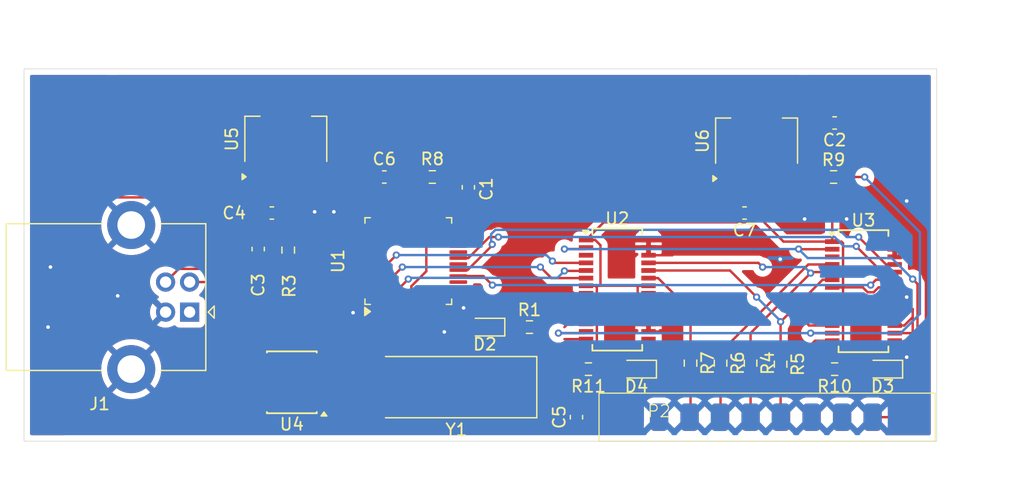
<source format=kicad_pcb>
(kicad_pcb (version 20240108) (generator "pcbnew") (generator_version "8.0")
  (layers (0 "F.Cu" signal) (31 "B.Cu" signal) (34 "B.Paste" user) (35 "F.Paste" user) (36 "B.SilkS" user "B.Silkscreen") (37 "F.SilkS" user "F.Silkscreen") (38 "B.Mask" user) (39 "F.Mask" user) (44 "Edge.Cuts" user))
  (net 0 "")
  (net 1 "GND")
  (net 2 "VIN")
  (net 21 "Net-(J1-D-)")
  (net 22 "Net-(J1-D+)")
  (net 23 "Net-(P2-LRCLK)")
  (net 25 "Net-(P2-MDI)")
  (net 26 "Net-(P2-BCLK)")
  (net 27 "Net-(P2-MDO)")
  (net 29 "Net-(U1-DASCLK)")
  (net 30 "Net-(U1-XI)")
  (net 31 "Net-(U1-ADLRCK)")
  (net 32 "Net-(U1-SDIN)")
  (net 33 "Net-(U1-XO)")
  (net 34 "Net-(U1-DALRCK)")
  (net 35 "Net-(U1-SDOUT)")
  (net 36 "Net-(U1-ADSCLK)")
  (net 37 "Net-(D2-A)")
  (net 38 "Net-(D2-K)")
  (net 39 "Net-(U1-CS)")
  (net 40 "Net-(U1-SK)")
  (net 41 "Net-(U1-DO)")
  (net 42 "Net-(U1-DI)")
  (net 43 "+5V")
  (net 45 "+3.3VP")
  (net 46 "Net-(U2-BCKO)")
  (net 47 "Net-(U2-LRCKO)")
  (net 48 "Net-(U3-SDIN)")
  (net 49 "Net-(U2-SDOUT)")
  (net 50 "Net-(U1-MICIN)")
  (net 51 "+2V5")
  (net 52 "+3.3V")
  (net 54 "RST")
  (net 55 "Net-(D3-K)")
  (net 56 "Net-(D3-A)")
  (net 57 "Net-(D4-A)")
  (net 58 "Net-(D4-K)")
  (net 59 "MCLK")
  (footprint "Resistor_SMD:R_0603_1608Metric_Pad0.98x0.95mm_HandSolder" (layer "F.Cu") (at 55 80.5)
    (property "Reference" "R8")
    (property "Value" "390")
  )
  (footprint "Resistor_SMD:R_0603_1608Metric_Pad0.98x0.95mm_HandSolder" (layer "F.Cu") (at 43 86.5875 90)
    (property "Reference" "R3")
    (property "Value" "390")
  )
  (footprint "LED_SMD:LED_0603_1608Metric_Pad1.05x0.95mm_HandSolder" (layer "F.Cu") (at 92.5 96.5 180)
    (property "Reference" "D3")
    (property "Value" "rdy-in")
  )
  (footprint "Resistor_SMD:R_0603_1608Metric_Pad0.98x0.95mm_HandSolder" (layer "F.Cu") (at 84 96.0875 -90)
    (property "Reference" "R5")
    (property "Value" "100")
  )
  (footprint "Package_SO:SSOP-28_3.9x9.9mm_P0.635mm" (layer "F.Cu") (at 90.9 90.0075)
    (property "Reference" "U3")
    (property "Value" "~")
  )
  (footprint "Capacitor_SMD:C_0603_1608Metric_Pad1.08x0.95mm_HandSolder" (layer "F.Cu") (at 40.5 86.5 -90)
    (property "Reference" "C3")
    (property "Value" "100n")
  )
  (footprint "Package_SO:SOIC-8-N7_3.9x4.9mm_P1.27mm" (layer "F.Cu") (at 43.3 97.595 180)
    (property "Reference" "U4")
    (property "Value" "93CxxA")
  )
  (footprint "Package_TO_SOT_SMD:SOT-223-3_TabPin2" (layer "F.Cu") (at 42.8 77.35 90)
    (property "Reference" "U5")
    (property "Value" "AMS1117-5.0")
  )
  (footprint "Connector_USB:USB_B_Lumberg_2411_02_Horizontal" (layer "F.Cu") (at 34.7875 91.75 180)
    (property "Reference" "J1")
    (property "Value" "USB_B")
  )
  (footprint "Resistor_SMD:R_0603_1608Metric_Pad0.98x0.95mm_HandSolder" (layer "F.Cu") (at 81.5 96 -90)
    (property "Reference" "R4")
    (property "Value" "100")
  )
  (footprint "Package_TO_SOT_SMD:SOT-223-3_TabPin2" (layer "F.Cu") (at 82 77.5 90)
    (property "Reference" "U6")
    (property "Value" "AMS1117-3.3")
  )
  (footprint "Resistor_SMD:R_0603_1608Metric_Pad0.98x0.95mm_HandSolder" (layer "F.Cu") (at 88.4125 80.5)
    (property "Reference" "R9")
    (property "Value" "1k")
  )
  (footprint "Package_SO:SSOP-28_3.9x9.9mm_P0.635mm" (layer "F.Cu") (at 70.4 89.8725)
    (property "Reference" "U2")
    (property "Value" "~")
  )
  (footprint "Resistor_SMD:R_0603_1608Metric_Pad0.98x0.95mm_HandSolder" (layer "F.Cu") (at 79 96 -90)
    (property "Reference" "R6")
    (property "Value" "100")
  )
  (footprint "Capacitor_SMD:C_0603_1608Metric_Pad1.08x0.95mm_HandSolder" (layer "F.Cu") (at 58 81.3625 -90)
    (property "Reference" "C1")
    (property "Value" "100n")
  )
  (footprint "Capacitor_SMD:C_0603_1608Metric_Pad1.08x0.95mm_HandSolder" (layer "F.Cu") (at 67 100.5 90)
    (property "Reference" "C5")
    (property "Value" "10u")
  )
  (footprint "LED_SMD:LED_0603_1608Metric_Pad1.05x0.95mm_HandSolder" (layer "F.Cu") (at 72 96.5 180)
    (property "Reference" "D4")
    (property "Value" "rdy-out")
  )
  (footprint "LED_SMD:LED_0603_1608Metric_Pad1.05x0.95mm_HandSolder" (layer "F.Cu") (at 59.375 93 180)
    (property "Reference" "D2")
    (property "Value" "on/active")
  )
  (footprint "Resistor_SMD:R_0603_1608Metric_Pad0.98x0.95mm_HandSolder" (layer "F.Cu") (at 88.5 96.5 180)
    (property "Reference" "R10")
    (property "Value" "390")
  )
  (footprint "Capacitor_SMD:C_0603_1608Metric_Pad1.08x0.95mm_HandSolder" (layer "F.Cu") (at 41.6375 83.5 180)
    (property "Reference" "C4")
    (property "Value" "10u")
  )
  (footprint "Capacitor_SMD:C_0603_1608Metric_Pad1.08x0.95mm_HandSolder" (layer "F.Cu") (at 81 83.5 180)
    (property "Reference" "C7")
    (property "Value" "100n")
  )
  (footprint "Capacitor_SMD:C_0603_1608Metric_Pad1.08x0.95mm_HandSolder" (layer "F.Cu") (at 51 80.5 180)
    (property "Reference" "C6")
    (property "Value" "100n")
  )
  (footprint "M3D4:EdgeCon-2x8" (layer "F.Cu") (at 73.88 100.5)
    (property "Reference" "P2")
    (property "Value" "STDCONN")
  )
  (footprint "Resistor_SMD:R_0603_1608Metric_Pad0.98x0.95mm_HandSolder" (layer "F.Cu") (at 63.0875 93)
    (property "Reference" "R1")
    (property "Value" "390")
  )
  (footprint "Capacitor_SMD:C_0603_1608Metric_Pad1.08x0.95mm_HandSolder" (layer "F.Cu") (at 88.5 76 180)
    (property "Reference" "C2")
    (property "Value" "100n")
  )
  (footprint "Package_QFP:LQFP-48_7x7mm_P0.5mm" (layer "F.Cu") (at 53 87.5 90)
    (property "Reference" "U1")
    (property "Value" "CM108AH")
  )
  (footprint "Crystal:Crystal_SMD_HC49-SD" (layer "F.Cu") (at 57 98 180)
    (property "Reference" "Y1")
    (property "Value" "12MHz")
  )
  (footprint "Resistor_SMD:R_0603_1608Metric_Pad0.98x0.95mm_HandSolder" (layer "F.Cu") (at 68 96.5 180)
    (property "Reference" "R11")
    (property "Value" "390")
  )
  (footprint "Resistor_SMD:R_0603_1608Metric_Pad0.98x0.95mm_HandSolder" (layer "F.Cu") (at 76.5 96 -90)
    (property "Reference" "R7")
    (property "Value" "100")
  )
  (gr_rect (start 21 71.5) (end 97 102.5) (stroke (width 0.05)) (fill none) (layer "Edge.Cuts"))
  (segment (start 73 92.095) (end 74.905 92.095) (width 0.2) (layer "F.Cu") (net 1))
  (segment (start 57.1625 85.25) (end 58.55 85.25) (width 0.2) (layer "F.Cu") (net 1))
  (segment (start 74.77 92.73) (end 75 92.5) (width 0.2) (layer "F.Cu") (net 1))
  (segment (start 67.8 90.19) (end 66.19 90.19) (width 0.2) (layer "F.Cu") (net 1))
  (segment (start 73 93.365) (end 74.865 93.365) (width 0.2) (layer "F.Cu") (net 1))
  (segment (start 86.73 92.23) (end 86.5 92) (width 0.2) (layer "F.Cu") (net 1))
  (segment (start 58.35 89.75) (end 58.8 90.2) (width 0.2) (layer "F.Cu") (net 1))
  (segment (start 66.095 92.095) (end 66 92) (width 0.2) (layer "F.Cu") (net 1))
  (segment (start 57.1625 89.75) (end 58.35 89.75) (width 0.2) (layer "F.Cu") (net 1))
  (segment (start 88.3 92.865) (end 86.365 92.865) (width 0.2) (layer "F.Cu") (net 1))
  (segment (start 73 92.73) (end 74.77 92.73) (width 0.2) (layer "F.Cu") (net 1))
  (segment (start 66.19 90.19) (end 66 90) (width 0.2) (layer "F.Cu") (net 1))
  (segment (start 74.865 93.365) (end 75 93.5) (width 0.2) (layer "F.Cu") (net 1))
  (segment (start 73 87.015) (end 74.985 87.015) (width 0.2) (layer "F.Cu") (net 1))
  (segment (start 57.1625 84.75) (end 58.25 84.75) (width 0.2) (layer "F.Cu") (net 1))
  (segment (start 67.8 92.73) (end 66.27 92.73) (width 0.2) (layer "F.Cu") (net 1))
  (segment (start 93.5 92.23) (end 91.77 92.23) (width 0.2) (layer "F.Cu") (net 1))
  (segment (start 66.27 92.73) (end 66 93) (width 0.2) (layer "F.Cu") (net 1))
  (segment (start 67.8 92.095) (end 66.095 92.095) (width 0.2) (layer "F.Cu") (net 1))
  (segment (start 74.19 90.19) (end 74.5 90.5) (width 0.2) (layer "F.Cu") (net 1))
  (segment (start 93.5 90.96) (end 94.04 90.96) (width 0.2) (layer "F.Cu") (net 1))
  (segment (start 93.5 90.325) (end 94.325 90.325) (width 0.2) (layer "F.Cu") (net 1))
  (segment (start 73 90.19) (end 74.19 90.19) (width 0.2) (layer "F.Cu") (net 1))
  (segment (start 88.3 92.23) (end 86.73 92.23) (width 0.2) (layer "F.Cu") (net 1))
  (segment (start 88.3 94.135) (end 86.865 94.135) (width 0.2) (layer "F.Cu") (net 1))
  (segment (start 54.75 92.43241) (end 55.71759 93.4) (width 0.2) (layer "F.Cu") (net 1))
  (segment (start 74.985 87.015) (end 75 87) (width 0.2) (layer "F.Cu") (net 1))
  (segment (start 54.75 91.6625) (end 54.75 92.43241) (width 0.2) (layer "F.Cu") (net 1))
  (segment (start 87.04 90.96) (end 87 91) (width 0.2) (layer "F.Cu") (net 1))
  (segment (start 58.25 84.75) (end 58.5 84.5) (width 0.2) (layer "F.Cu") (net 1))
  (segment (start 74.905 92.095) (end 75 92) (width 0.2) (layer "F.Cu") (net 1))
  (segment (start 94.04 90.96) (end 94.5 90.5) (width 0.2) (layer "F.Cu") (net 1))
  (segment (start 91.77 92.23) (end 91.5 92.5) (width 0.2) (layer "F.Cu") (net 1))
  (segment (start 94.325 90.325) (end 94.5 90.5) (width 0.2) (layer "F.Cu") (net 1))
  (segment (start 88.3 90.96) (end 87.04 90.96) (width 0.2) (layer "F.Cu") (net 1))
  (segment (start 66 91) (end 66.175 90.825) (width 0.2) (layer "F.Cu") (net 1))
  (segment (start 67.8 94) (end 66 94) (width 0.2) (layer "F.Cu") (net 1))
  (segment (start 86.365 92.865) (end 86 92.5) (width 0.2) (layer "F.Cu") (net 1))
  (segment (start 58.55 85.25) (end 58.8 85) (width 0.2) (layer "F.Cu") (net 1))
  (segment (start 86.865 94.135) (end 86.5 94.5) (width 0.2) (layer "F.Cu") (net 1))
  (segment (start 55.71759 93.4) (end 56 93.4) (width 0.2) (layer "F.Cu") (net 1))
  (segment (start 67.8 90.825) (end 66.175 90.825) (width 0.2) (layer "F.Cu") (net 1))
  (via (at 83.968059 87.340295) (size 0.6) (drill 0.3) (layers "F.Cu" "B.Cu") (net 1))
  (via (at 28.8 90.4) (size 0.6) (drill 0.3) (layers "F.Cu" "B.Cu") (net 1))
  (via (at 56 93.4) (size 0.6) (drill 0.3) (layers "F.Cu" "B.Cu") (net 1))
  (via (at 94.5 90.5) (size 0.6) (drill 0.3) (layers "F.Cu" "B.Cu") (net 1))
  (via (at 23.2 88) (size 0.6) (drill 0.3) (layers "F.Cu" "B.Cu") (net 1))
  (via (at 46.8 83.4) (size 0.6) (drill 0.3) (layers "F.Cu" "B.Cu") (net 1))
  (via (at 86 84) (size 0.6) (drill 0.3) (layers "F.Cu" "B.Cu") (net 1))
  (via (at 23 93) (size 0.6) (drill 0.3) (layers "F.Cu" "B.Cu") (net 1))
  (via (at 45.2 83.4) (size 0.6) (drill 0.3) (layers "F.Cu" "B.Cu") (net 1))
  (via (at 89.5 84) (size 0.6) (drill 0.3) (layers "F.Cu" "B.Cu") (net 1))
  (via (at 94.5 82.5) (size 0.6) (drill 0.3) (layers "F.Cu" "B.Cu") (net 1))
  (via (at 48.4 91.8) (size 0.6) (drill 0.3) (layers "F.Cu" "B.Cu") (net 1))
  (via (at 57.6 91.4) (size 0.6) (drill 0.3) (layers "F.Cu" "B.Cu") (net 1))
  (via (at 94.5 95.5) (size 0.6) (drill 0.3) (layers "F.Cu" "B.Cu") (net 1))
  (segment (start 47.5 72.1) (end 85.5 72.1) (width 0.2) (layer "F.Cu") (net 2))
  (segment (start 72.68 101.7) (end 25.2 101.7) (width 0.2) (layer "F.Cu") (net 2))
  (segment (start 85.5 72.1) (end 85.4 72.2) (width 0.2) (layer "F.Cu") (net 2))
  (segment (start 45.1 80.5) (end 47.4 78.2) (width 0.2) (layer "F.Cu") (net 2))
  (segment (start 47.4 72.2) (end 47.5 72.1) (width 0.2) (layer "F.Cu") (net 2))
  (segment (start 85.4 72.2) (end 85.4 79.55) (width 0.2) (layer "F.Cu") (net 2))
  (segment (start 28.9 72.1) (end 47.5 72.1) (width 0.2) (layer "F.Cu") (net 2))
  (segment (start 47.4 78.2) (end 47.4 72.2) (width 0.2) (layer "F.Cu") (net 2))
  (segment (start 24.5 101) (end 24.5 76.5) (width 0.2) (layer "F.Cu") (net 2))
  (segment (start 25.2 101.7) (end 24.5 101) (width 0.2) (layer "F.Cu") (net 2))
  (segment (start 24.5 76.5) (end 28.9 72.1) (width 0.2) (layer "F.Cu") (net 2))
  (segment (start 73.88 100.5) (end 72.68 101.7) (width 0.2) (layer "F.Cu") (net 2))
  (segment (start 85.4 79.55) (end 84.3 80.65) (width 0.2) (layer "F.Cu") (net 2))
  (segment (start 34.7875 89.25) (end 46.06759 89.25) (width 0.2) (layer "F.Cu") (net 21))
  (segment (start 46.06759 89.25) (end 48.06759 87.25) (width 0.2) (layer "F.Cu") (net 21))
  (segment (start 48.06759 87.25) (end 48.8375 87.25) (width 0.2) (layer "F.Cu") (net 21))
  (segment (start 46.375952 88.375952) (end 48.001904 86.75) (width 0.2) (layer "F.Cu") (net 22))
  (segment (start 40.20923 88.375952) (end 43 88.375952) (width 0.2) (layer "F.Cu") (net 22))
  (segment (start 32.7875 89.25) (end 33.8875 88.15) (width 0.2) (layer "F.Cu") (net 22))
  (segment (start 48.001904 86.75) (end 48.8375 86.75) (width 0.2) (layer "F.Cu") (net 22))
  (segment (start 43 87.5) (end 43 88.375952) (width 0.2) (layer "F.Cu") (net 22))
  (segment (start 43 88.375952) (end 46.375952 88.375952) (width 0.2) (layer "F.Cu") (net 22))
  (segment (start 39.983278 88.15) (end 40.20923 88.375952) (width 0.2) (layer "F.Cu") (net 22))
  (segment (start 33.8875 88.15) (end 39.983278 88.15) (width 0.2) (layer "F.Cu") (net 22))
  (segment (start 84 100.46) (end 84.04 100.5) (width 0.2) (layer "F.Cu") (net 23))
  (segment (start 84 97) (end 84 100.46) (width 0.2) (layer "F.Cu") (net 23))
  (segment (start 76.5 100.42) (end 76.42 100.5) (width 0.2) (layer "F.Cu") (net 25))
  (segment (start 76.5 96.9125) (end 76.5 100.42) (width 0.2) (layer "F.Cu") (net 25))
  (segment (start 81.5 96.9125) (end 81.5 100.5) (width 0.2) (layer "F.Cu") (net 26))
  (segment (start 79 96.9125) (end 79 100.46) (width 0.2) (layer "F.Cu") (net 27))
  (segment (start 79 100.46) (end 78.96 100.5) (width 0.2) (layer "F.Cu") (net 27))
  (segment (start 52.25 89.75) (end 53 89) (width 0.2) (layer "F.Cu") (net 29))
  (segment (start 48.8375 89.75) (end 52.25 89.75) (width 0.2) (layer "F.Cu") (net 29))
  (segment (start 67.765 88.32) (end 67.8 88.285) (width 0.2) (layer "F.Cu") (net 29))
  (segment (start 66 88.32) (end 67.765 88.32) (width 0.2) (layer "F.Cu") (net 29))
  (via (at 66 88.32) (size 0.6) (drill 0.3) (layers "F.Cu" "B.Cu") (net 29))
  (via (at 53 89) (size 0.6) (drill 0.3) (layers "F.Cu" "B.Cu") (net 29))
  (segment (start 53.1 88.9) (end 65.42 88.9) (width 0.2) (layer "B.Cu") (net 29))
  (segment (start 53 89) (end 53.1 88.9) (width 0.2) (layer "B.Cu") (net 29))
  (segment (start 65.42 88.9) (end 66 88.32) (width 0.2) (layer "B.Cu") (net 29))
  (segment (start 52.75 98) (end 53.75 97) (width 0.2) (layer "F.Cu") (net 30))
  (segment (start 53.75 97) (end 53.75 91.6625) (width 0.2) (layer "F.Cu") (net 30))
  (segment (start 92.445264 88.42) (end 93.5 88.42) (width 0.2) (layer "F.Cu") (net 31))
  (segment (start 58 87.25) (end 59.75 85.5) (width 0.2) (layer "F.Cu") (net 31))
  (segment (start 59.75 85.5) (end 60.5 85.5) (width 0.2) (layer "F.Cu") (net 31))
  (segment (start 90.299816 86.274552) (end 92.445264 88.42) (width 0.2) (layer "F.Cu") (net 31))
  (segment (start 57.1625 87.25) (end 58 87.25) (width 0.2) (layer "F.Cu") (net 31))
  (via (at 90.299816 86.274552) (size 0.6) (drill 0.3) (layers "F.Cu" "B.Cu") (net 31))
  (via (at 60.5 85.5) (size 0.6) (drill 0.3) (layers "F.Cu" "B.Cu") (net 31))
  (segment (start 89.274552 86.274552) (end 88.5 85.5) (width 0.2) (layer "B.Cu") (net 31))
  (segment (start 88.5 85.5) (end 60.5 85.5) (width 0.2) (layer "B.Cu") (net 31))
  (segment (start 90.299816 86.274552) (end 89.274552 86.274552) (width 0.2) (layer "B.Cu") (net 31))
  (segment (start 60 89.5) (end 59.25 88.75) (width 0.2) (layer "F.Cu") (net 32))
  (segment (start 93.5 89.055) (end 91.945 89.055) (width 0.2) (layer "F.Cu") (net 32))
  (segment (start 59.25 88.75) (end 57.1625 88.75) (width 0.2) (layer "F.Cu") (net 32))
  (segment (start 91.945 89.055) (end 91.5 89.5) (width 0.2) (layer "F.Cu") (net 32))
  (via (at 60 89.5) (size 0.6) (drill 0.3) (layers "F.Cu" "B.Cu") (net 32))
  (via (at 91.5 89.5) (size 0.6) (drill 0.3) (layers "F.Cu" "B.Cu") (net 32))
  (segment (start 60 89.5) (end 91.5 89.5) (width 0.2) (layer "B.Cu") (net 32))
  (segment (start 61.25 98) (end 58.8 98) (width 0.2) (layer "F.Cu") (net 33))
  (segment (start 58.8 98) (end 54.25 93.45) (width 0.2) (layer "F.Cu") (net 33))
  (segment (start 54.25 93.45) (end 54.25 91.6625) (width 0.2) (layer "F.Cu") (net 33))
  (segment (start 64 88) (end 64.92 88.92) (width 0.2) (layer "F.Cu") (net 34))
  (segment (start 48.8375 89.25) (end 51.25 89.25) (width 0.2) (layer "F.Cu") (net 34))
  (segment (start 51.25 89.25) (end 52.5 88) (width 0.2) (layer "F.Cu") (net 34))
  (segment (start 64.92 88.92) (end 67.8 88.92) (width 0.2) (layer "F.Cu") (net 34))
  (via (at 52.5 88) (size 0.6) (drill 0.3) (layers "F.Cu" "B.Cu") (net 34))
  (via (at 64 88) (size 0.6) (drill 0.3) (layers "F.Cu" "B.Cu") (net 34))
  (segment (start 52.5 88) (end 64 88) (width 0.2) (layer "B.Cu") (net 34))
  (segment (start 65 87.5) (end 65.15 87.65) (width 0.2) (layer "F.Cu") (net 35))
  (segment (start 48.8375 88.25) (end 50.75 88.25) (width 0.2) (layer "F.Cu") (net 35))
  (segment (start 50.75 88.25) (end 52 87) (width 0.2) (layer "F.Cu") (net 35))
  (segment (start 65.15 87.65) (end 67.8 87.65) (width 0.2) (layer "F.Cu") (net 35))
  (via (at 65 87.5) (size 0.6) (drill 0.3) (layers "F.Cu" "B.Cu") (net 35))
  (via (at 52 87) (size 0.6) (drill 0.3) (layers "F.Cu" "B.Cu") (net 35))
  (segment (start 64.5 87) (end 65 87.5) (width 0.2) (layer "B.Cu") (net 35))
  (segment (start 52 87) (end 64.5 87) (width 0.2) (layer "B.Cu") (net 35))
  (segment (start 59.987037 86.1139) (end 59.987037 86.195373) (width 0.2) (layer "F.Cu") (net 36))
  (segment (start 90.5 85.5) (end 92.785 87.785) (width 0.2) (layer "F.Cu") (net 36))
  (segment (start 59.987037 86.195373) (end 57.93241 88.25) (width 0.2) (layer "F.Cu") (net 36))
  (segment (start 92.785 87.785) (end 93.5 87.785) (width 0.2) (layer "F.Cu") (net 36))
  (segment (start 57.93241 88.25) (end 57.1625 88.25) (width 0.2) (layer "F.Cu") (net 36))
  (via (at 59.987037 86.1139) (size 0.6) (drill 0.3) (layers "F.Cu" "B.Cu") (net 36))
  (via (at 90.5 85.5) (size 0.6) (drill 0.3) (layers "F.Cu" "B.Cu") (net 36))
  (segment (start 88.9 84.9) (end 60.251471 84.9) (width 0.2) (layer "B.Cu") (net 36))
  (segment (start 59.9 86.026863) (end 59.987037 86.1139) (width 0.2) (layer "B.Cu") (net 36))
  (segment (start 89.5 85.5) (end 88.9 84.9) (width 0.2) (layer "B.Cu") (net 36))
  (segment (start 90.5 85.5) (end 89.5 85.5) (width 0.2) (layer "B.Cu") (net 36))
  (segment (start 60.251471 84.9) (end 59.9 85.251471) (width 0.2) (layer "B.Cu") (net 36))
  (segment (start 59.9 85.251471) (end 59.9 86.026863) (width 0.2) (layer "B.Cu") (net 36))
  (segment (start 55.75 91.6625) (end 57.0875 93) (width 0.2) (layer "F.Cu") (net 37))
  (segment (start 57.0875 93) (end 58.5 93) (width 0.2) (layer "F.Cu") (net 37))
  (segment (start 60.25 93) (end 62.175 93) (width 0.2) (layer "F.Cu") (net 38))
  (segment (start 46 99.5) (end 46.5 99) (width 0.2) (layer "F.Cu") (net 39))
  (segment (start 46.905 99) (end 52.25 93.655) (width 0.2) (layer "F.Cu") (net 39))
  (segment (start 52.25 93.655) (end 52.25 91.6625) (width 0.2) (layer "F.Cu") (net 39))
  (segment (start 46.5 99) (end 46.905 99) (width 0.2) (layer "F.Cu") (net 39))
  (segment (start 46.475 98.23) (end 51.75 92.955) (width 0.2) (layer "F.Cu") (net 40))
  (segment (start 51.75 92.955) (end 51.75 91.6625) (width 0.2) (layer "F.Cu") (net 40))
  (segment (start 46 98.23) (end 46.475 98.23) (width 0.2) (layer "F.Cu") (net 40))
  (segment (start 46.788096 96.96) (end 51.25 92.498096) (width 0.2) (layer "F.Cu") (net 41))
  (segment (start 51.25 92.498096) (end 51.25 91.6625) (width 0.2) (layer "F.Cu") (net 41))
  (segment (start 46 96.96) (end 46.788096 96.96) (width 0.2) (layer "F.Cu") (net 41))
  (segment (start 46 95.69) (end 47.49241 95.69) (width 0.2) (layer "F.Cu") (net 42))
  (segment (start 47.49241 95.69) (end 50.75 92.43241) (width 0.2) (layer "F.Cu") (net 42))
  (segment (start 50.75 92.43241) (end 50.75 91.6625) (width 0.2) (layer "F.Cu") (net 42))
  (segment (start 50.75 83.3375) (end 50.75 81.6125) (width 0.2) (layer "F.Cu") (net 43))
  (segment (start 51.25 83.3375) (end 51.25 82.1125) (width 0.2) (layer "F.Cu") (net 43))
  (segment (start 41.2 82.2) (end 42.5 83.5) (width 0.2) (layer "F.Cu") (net 43))
  (segment (start 42.8 80.5) (end 41.1 82.2) (width 0.2) (layer "F.Cu") (net 43))
  (segment (start 50.75 81.6125) (end 50.5625 81.8) (width 0.2) (layer "F.Cu") (net 43))
  (segment (start 50.75 81.6125) (end 51.8625 80.5) (width 0.2) (layer "F.Cu") (net 43))
  (segment (start 41.1 82.2) (end 41.2 82.2) (width 0.2) (layer "F.Cu") (net 43))
  (segment (start 42.8 80.5) (end 42.8 74.2) (width 0.2) (layer "F.Cu") (net 43))
  (segment (start 44.1 81.8) (end 42.8 80.5) (width 0.2) (layer "F.Cu") (net 43))
  (segment (start 50.5625 81.8) (end 44.1 81.8) (width 0.2) (layer "F.Cu") (net 43))
  (segment (start 25.5 99.5) (end 40.6 99.5) (width 0.2) (layer "F.Cu") (net 43))
  (segment (start 25.5 83.5) (end 25.5 99.5) (width 0.2) (layer "F.Cu") (net 43))
  (segment (start 51.25 82.1125) (end 50.75 81.6125) (width 0.2) (layer "F.Cu") (net 43))
  (segment (start 41.1 82.2) (end 26.8 82.2) (width 0.2) (layer "F.Cu") (net 43))
  (segment (start 26.8 82.2) (end 25.5 83.5) (width 0.2) (layer "F.Cu") (net 43))
  (segment (start 43 85.675) (end 43.425 85.25) (width 0.2) (layer "F.Cu") (net 45))
  (segment (start 55.89259 85.25) (end 56.39259 85.75) (width 0.2) (layer "F.Cu") (net 45))
  (segment (start 53.25 91.6625) (end 53.25 89.598529) (width 0.2) (layer "F.Cu") (net 45))
  (segment (start 42.9625 85.6375) (end 43 85.675) (width 0.2) (layer "F.Cu") (net 45))
  (segment (start 54.5 85.25) (end 55.89259 85.25) (width 0.2) (layer "F.Cu") (net 45))
  (segment (start 56.39259 85.75) (end 57.1625 85.75) (width 0.2) (layer "F.Cu") (net 45))
  (segment (start 40.5 85.6375) (end 42.9625 85.6375) (width 0.2) (layer "F.Cu") (net 45))
  (segment (start 47 85.25) (end 48.8375 85.25) (width 0.2) (layer "F.Cu") (net 45))
  (segment (start 43.425 85.25) (end 47 85.25) (width 0.2) (layer "F.Cu") (net 45))
  (segment (start 47.5 84.75) (end 47 85.25) (width 0.2) (layer "F.Cu") (net 45))
  (segment (start 48.8375 84.75) (end 47.5 84.75) (width 0.2) (layer "F.Cu") (net 45))
  (segment (start 48.8375 85.25) (end 54.5 85.25) (width 0.2) (layer "F.Cu") (net 45))
  (segment (start 54.5 88.348529) (end 54.5 85.25) (width 0.2) (layer "F.Cu") (net 45))
  (segment (start 53.25 89.598529) (end 54.5 88.348529) (width 0.2) (layer "F.Cu") (net 45))
  (segment (start 73 87.65) (end 82.15 87.65) (width 0.2) (layer "F.Cu") (net 46))
  (segment (start 81.5 95.0875) (end 81.5 93.5) (width 0.2) (layer "F.Cu") (net 46))
  (segment (start 86.58 88.42) (end 88.3 88.42) (width 0.2) (layer "F.Cu") (net 46))
  (segment (start 81.5 93.5) (end 86.5 88.5) (width 0.2) (layer "F.Cu") (net 46))
  (segment (start 86.5 88.5) (end 86.58 88.42) (width 0.2) (layer "F.Cu") (net 46))
  (segment (start 82.15 87.65) (end 82.5 88) (width 0.2) (layer "F.Cu") (net 46))
  (via (at 82.5 88) (size 0.6) (drill 0.3) (layers "F.Cu" "B.Cu") (net 46))
  (via (at 86.5 88.5) (size 0.6) (drill 0.3) (layers "F.Cu" "B.Cu") (net 46))
  (segment (start 86 88) (end 86.5 88.5) (width 0.2) (layer "B.Cu") (net 46))
  (segment (start 82.5 88) (end 86 88) (width 0.2) (layer "B.Cu") (net 46))
  (segment (start 84 92.555) (end 87.5 89.055) (width 0.2) (layer "F.Cu") (net 47))
  (segment (start 79.785 88.285) (end 82 90.5) (width 0.2) (layer "F.Cu") (net 47))
  (segment (start 73 88.285) (end 79.785 88.285) (width 0.2) (layer "F.Cu") (net 47))
  (segment (start 84 95.175) (end 84 92.555) (width 0.2) (layer "F.Cu") (net 47))
  (segment (start 87.5 89.055) (end 88.3 89.055) (width 0.2) (layer "F.Cu") (net 47))
  (via (at 82 90.5) (size 0.6) (drill 0.3) (layers "F.Cu" "B.Cu") (net 47))
  (via (at 84 92.555) (size 0.6) (drill 0.3) (layers "F.Cu" "B.Cu") (net 47))
  (segment (start 84 92.5) (end 84 92.555) (width 0.2) (layer "B.Cu") (net 47))
  (segment (start 82 90.5) (end 84 92.5) (width 0.2) (layer "B.Cu") (net 47))
  (segment (start 86.3025 87.785) (end 88.3 87.785) (width 0.2) (layer "F.Cu") (net 48))
  (segment (start 79 95.0875) (end 86.3025 87.785) (width 0.2) (layer "F.Cu") (net 48))
  (segment (start 73.8 88.92) (end 73 88.92) (width 0.2) (layer "F.Cu") (net 49))
  (segment (start 76.5 95.0875) (end 76.5 91.62) (width 0.2) (layer "F.Cu") (net 49))
  (segment (start 76.5 91.62) (end 73.8 88.92) (width 0.2) (layer "F.Cu") (net 49))
  (segment (start 54.75 81.1625) (end 54.0875 80.5) (width 0.2) (layer "F.Cu") (net 50))
  (segment (start 54.75 83.3375) (end 54.75 81.1625) (width 0.2) (layer "F.Cu") (net 50))
  (segment (start 55.9125 80.5) (end 58 80.5) (width 0.2) (layer "F.Cu") (net 51))
  (segment (start 55.25 81.1625) (end 55.9125 80.5) (width 0.2) (layer "F.Cu") (net 51))
  (segment (start 55.25 83.3375) (end 55.25 81.1625) (width 0.2) (layer "F.Cu") (net 51))
  (segment (start 89.2 89.79) (end 89.2 91.495) (width 0.2) (layer "F.Cu") (net 52))
  (segment (start 89.1 89.69) (end 89.2 89.79) (width 0.2) (layer "F.Cu") (net 52))
  (segment (start 88.3 89.69) (end 90.841471 89.69) (width 0.2) (layer "F.Cu") (net 52))
  (segment (start 88.3 89.69) (end 89.1 89.69) (width 0.2) (layer "F.Cu") (net 52))
  (segment (start 81.0875 84.275) (end 69.27 84.275) (width 0.2) (layer "F.Cu") (net 52))
  (segment (start 88.3 85.88) (end 84.2425 85.88) (width 0.2) (layer "F.Cu") (net 52))
  (segment (start 84.2425 85.88) (end 81.8625 83.5) (width 0.2) (layer "F.Cu") (net 52))
  (segment (start 95 91.5) (end 95 92.165) (width 0.2) (layer "F.Cu") (net 52))
  (segment (start 67.8 91.46) (end 68.6 91.46) (width 0.2) (layer "F.Cu") (net 52))
  (segment (start 68.945 89.555) (end 67.8 89.555) (width 0.2) (layer "F.Cu") (net 52))
  (segment (start 72.1 89.655) (end 72.1 91.325) (width 0.2) (layer "F.Cu") (net 52))
  (segment (start 67.8 85.745) (end 68.565 85.745) (width 0.2) (layer "F.Cu") (net 52))
  (segment (start 87.5875 96.5) (end 89.2 94.8875) (width 0.2) (layer "F.Cu") (net 52))
  (segment (start 89.2 86.015) (end 89.2 89.59) (width 0.2) (layer "F.Cu") (net 52))
  (segment (start 90.841471 89.69) (end 91.251471 90.1) (width 0.2) (layer "F.Cu") (net 52))
  (segment (start 69.27 84.275) (end 67.8 85.745) (width 0.2) (layer "F.Cu") (net 52))
  (segment (start 88.3 85.88) (end 89.065 85.88) (width 0.2) (layer "F.Cu") (net 52))
  (segment (start 69 86.18) (end 69 89.5) (width 0.2) (layer "F.Cu") (net 52))
  (segment (start 92.6 89.79) (end 92.6 91.495) (width 0.2) (layer "F.Cu") (net 52))
  (segment (start 81.8625 80.7875) (end 82 80.65) (width 0.2) (layer "F.Cu") (net 52))
  (segment (start 89.2 94.8875) (end 89.2 91.695) (width 0.2) (layer "F.Cu") (net 52))
  (segment (start 81.8625 83.5) (end 81.8625 80.7875) (width 0.2) (layer "F.Cu") (net 52))
  (segment (start 68.565 89.555) (end 68.7 89.69) (width 0.2) (layer "F.Cu") (net 52))
  (segment (start 67.8 89.555) (end 68.565 89.555) (width 0.2) (layer "F.Cu") (net 52))
  (segment (start 89.065 85.88) (end 89.2 86.015) (width 0.2) (layer "F.Cu") (net 52))
  (segment (start 73 89.555) (end 72.2 89.555) (width 0.2) (layer "F.Cu") (net 52))
  (segment (start 68.7 91.56) (end 68.7 94.8875) (width 0.2) (layer "F.Cu") (net 52))
  (segment (start 67.8 89.555) (end 73 89.555) (width 0.2) (layer "F.Cu") (net 52))
  (segment (start 68.7 89.69) (end 68.7 91.36) (width 0.2) (layer "F.Cu") (net 52))
  (segment (start 69 89.5) (end 68.945 89.555) (width 0.2) (layer "F.Cu") (net 52))
  (segment (start 81.8625 83.5) (end 81.0875 84.275) (width 0.2) (layer "F.Cu") (net 52))
  (segment (start 68.565 85.745) (end 69 86.18) (width 0.2) (layer "F.Cu") (net 52))
  (segment (start 92.158529 89.69) (end 93.5 89.69) (width 0.2) (layer "F.Cu") (net 52))
  (segment (start 94.3 92.865) (end 93.5 92.865) (width 0.2) (layer "F.Cu") (net 52))
  (segment (start 89.2 91.495) (end 89.1 91.595) (width 0.2) (layer "F.Cu") (net 52))
  (segment (start 92.7 89.69) (end 92.6 89.79) (width 0.2) (layer "F.Cu") (net 52))
  (segment (start 72.1 91.325) (end 72.235 91.46) (width 0.2) (layer "F.Cu") (net 52))
  (segment (start 92.6 91.495) (end 92.7 91.595) (width 0.2) (layer "F.Cu") (net 52))
  (segment (start 68.6 91.46) (end 68.7 91.56) (width 0.2) (layer "F.Cu") (net 52))
  (segment (start 82 80.65) (end 82 74.35) (width 0.2) (layer "F.Cu") (net 52))
  (segment (start 68.7 94.8875) (end 67.0875 96.5) (width 0.2) (layer "F.Cu") (net 52))
  (segment (start 72.235 91.46) (end 73 91.46) (width 0.2) (layer "F.Cu") (net 52))
  (segment (start 95 92.165) (end 94.3 92.865) (width 0.2) (layer "F.Cu") (net 52))
  (segment (start 94.905 91.595) (end 95 91.5) (width 0.2) (layer "F.Cu") (net 52))
  (segment (start 91.251471 90.1) (end 91.748529 90.1) (width 0.2) (layer "F.Cu") (net 52))
  (segment (start 93.5 89.69) (end 92.7 89.69) (width 0.2) (layer "F.Cu") (net 52))
  (segment (start 91.748529 90.1) (end 92.158529 89.69) (width 0.2) (layer "F.Cu") (net 52))
  (segment (start 89.2 91.695) (end 89.1 91.595) (width 0.2) (layer "F.Cu") (net 52))
  (segment (start 89.1 91.595) (end 88.3 91.595) (width 0.2) (layer "F.Cu") (net 52))
  (segment (start 88.3 85.88) (end 88.3 81.3) (width 0.2) (layer "F.Cu") (net 52))
  (segment (start 93.5 93.5) (end 95 93.5) (width 0.2) (layer "F.Cu") (net 52))
  (segment (start 72.2 89.555) (end 72.1 89.655) (width 0.2) (layer "F.Cu") (net 52))
  (segment (start 68.7 91.36) (end 68.6 91.46) (width 0.2) (layer "F.Cu") (net 52))
  (segment (start 88.3 81.3) (end 87.5 80.5) (width 0.2) (layer "F.Cu") (net 52))
  (segment (start 89.2 89.59) (end 89.1 89.69) (width 0.2) (layer "F.Cu") (net 52))
  (segment (start 93.5 91.595) (end 94.905 91.595) (width 0.2) (layer "F.Cu") (net 52))
  (segment (start 95 93.5) (end 95 92.165) (width 0.2) (layer "F.Cu") (net 52))
  (segment (start 92.7 91.595) (end 93.5 91.595) (width 0.2) (layer "F.Cu") (net 52))
  (segment (start 67.665 93.5) (end 65.5 93.5) (width 0.2) (layer "F.Cu") (net 54))
  (segment (start 89.325 80.5) (end 91 80.5) (width 0.2) (layer "F.Cu") (net 54))
  (segment (start 67.8 93.365) (end 67.665 93.5) (width 0.2) (layer "F.Cu") (net 54))
  (segment (start 89.325 80.5) (end 89.325 76.0375) (width 0.2) (layer "F.Cu") (net 54))
  (segment (start 86.5 93.5) (end 88.3 93.5) (width 0.2) (layer "F.Cu") (net 54))
  (segment (start 89.325 76.0375) (end 89.3625 76) (width 0.2) (layer "F.Cu") (net 54))
  (via (at 86.5 93.5) (size 0.6) (drill 0.3) (layers "F.Cu" "B.Cu") (net 54))
  (via (at 65.5 93.5) (size 0.6) (drill 0.3) (layers "F.Cu" "B.Cu") (net 54))
  (via (at 91 80.5) (size 0.6) (drill 0.3) (layers "F.Cu" "B.Cu") (net 54))
  (segment (start 94 93.5) (end 86.5 93.5) (width 0.2) (layer "B.Cu") (net 54))
  (segment (start 91 80.5) (end 95.6 85.1) (width 0.2) (layer "B.Cu") (net 54))
  (segment (start 95.6 91.9) (end 94 93.5) (width 0.2) (layer "B.Cu") (net 54))
  (segment (start 65.5 93.5) (end 86.5 93.5) (width 0.2) (layer "B.Cu") (net 54))
  (segment (start 95.6 85.1) (end 95.6 91.9) (width 0.2) (layer "B.Cu") (net 54))
  (segment (start 93.375 94.26) (end 93.5 94.135) (width 0.2) (layer "F.Cu") (net 55))
  (segment (start 93.375 96.5) (end 93.375 94.26) (width 0.2) (layer "F.Cu") (net 55))
  (segment (start 89.4125 96.5) (end 91.625 96.5) (width 0.2) (layer "F.Cu") (net 56))
  (segment (start 72.875 96.5) (end 72.875 94.125) (width 0.2) (layer "F.Cu") (net 58))
  (segment (start 72.875 94.125) (end 73 94) (width 0.2) (layer "F.Cu") (net 58))
  (segment (start 91.66 100.5) (end 94 100.5) (width 0.2) (layer "F.Cu") (net 59))
  (segment (start 95.4 99.1) (end 95.4 89.4) (width 0.2) (layer "F.Cu") (net 59))
  (segment (start 67.68 86.5) (end 67.8 86.38) (width 0.2) (layer "F.Cu") (net 59))
  (segment (start 94 100.5) (end 95.4 99.1) (width 0.2) (layer "F.Cu") (net 59))
  (segment (start 95.4 89.4) (end 95 89) (width 0.2) (layer "F.Cu") (net 59))
  (segment (start 66 86.5) (end 67.68 86.5) (width 0.2) (layer "F.Cu") (net 59))
  (segment (start 88.3 86.515) (end 85.515 86.515) (width 0.2) (layer "F.Cu") (net 59))
  (segment (start 85.515 86.515) (end 85.5 86.5) (width 0.2) (layer "F.Cu") (net 59))
  (via (at 95 89) (size 0.6) (drill 0.3) (layers "F.Cu" "B.Cu") (net 59))
  (via (at 85.5 86.5) (size 0.6) (drill 0.3) (layers "F.Cu" "B.Cu") (net 59))
  (via (at 66 86.5) (size 0.6) (drill 0.3) (layers "F.Cu" "B.Cu") (net 59))
  (segment (start 95 89) (end 93.251471 87.251471) (width 0.2) (layer "B.Cu") (net 59))
  (segment (start 86.251471 87.251471) (end 85.5 86.5) (width 0.2) (layer "B.Cu") (net 59))
  (segment (start 85.5 86.5) (end 66 86.5) (width 0.2) (layer "B.Cu") (net 59))
  (segment (start 93.251471 87.251471) (end 86.251471 87.251471) (width 0.2) (layer "B.Cu") (net 59))
  (zone (net 1) (net_name "GND") (layers "F&B.Cu") (connect_pads (clearance 0.5)) (min_thickness 0.25) (fill yes (thermal_gap 0.5) (thermal_bridge_width 0.5))
    (polygon (pts (xy 19 105.5) (xy 100 105.5) (xy 100 69) (xy 19 69)))
  )
)
</source>
